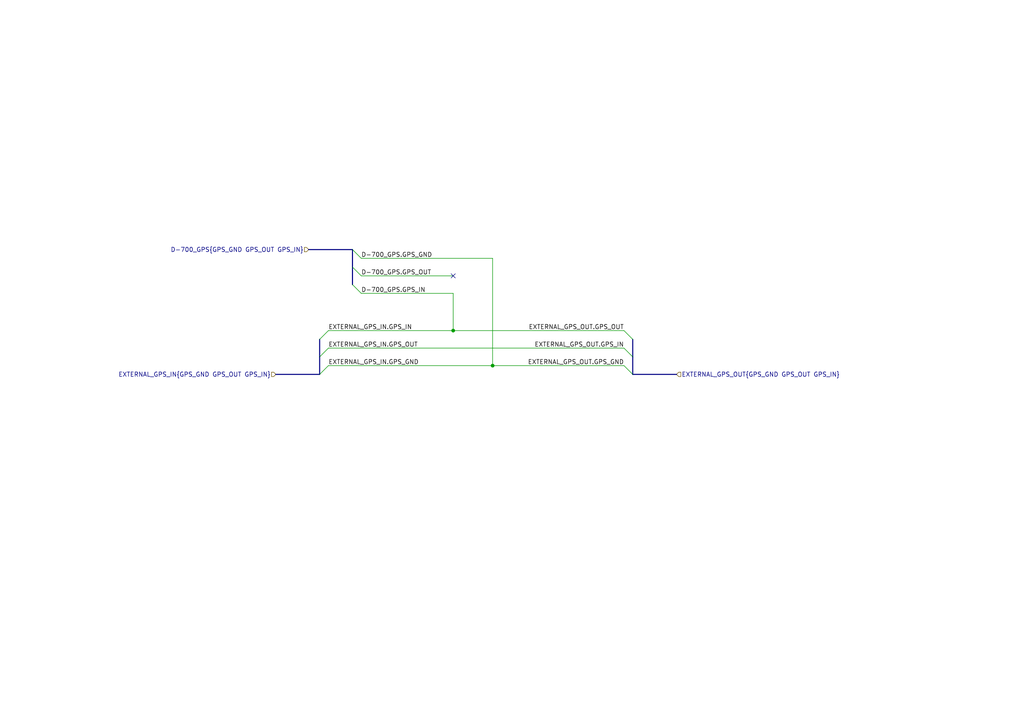
<source format=kicad_sch>
(kicad_sch (version 20211123) (generator eeschema)
  (paper "A4")
  (lib_symbols)
  (junction (at 142.875 106.045))
  (junction (at 131.445 95.885))
  (no_connect (at 131.445 80.01))
  (bus_entry (at 92.71 108.585) (size 2.54 -2.54))
  (bus_entry (at 92.71 103.505) (size 2.54 -2.54))
  (bus_entry (at 92.71 98.425) (size 2.54 -2.54))
  (bus_entry (at 183.515 103.505) (size -2.54 -2.54))
  (bus_entry (at 102.235 72.39) (size 2.54 2.54))
  (bus_entry (at 102.235 82.55) (size 2.54 2.54))
  (bus_entry (at 183.515 98.425) (size -2.54 -2.54))
  (bus_entry (at 183.515 108.585) (size -2.54 -2.54))
  (bus_entry (at 102.235 77.47) (size 2.54 2.54))
  (wire (pts (xy 104.775 74.93) (xy 142.875 74.93)))
  (bus (pts (xy 92.71 103.505) (xy 92.71 98.425)))
  (bus (pts (xy 102.235 72.39) (xy 102.235 77.47)))
  (wire (pts (xy 131.445 95.885) (xy 180.975 95.885)))
  (bus (pts (xy 196.215 108.585) (xy 183.515 108.585)))
  (wire (pts (xy 104.775 80.01) (xy 131.445 80.01)))
  (wire (pts (xy 95.25 100.965) (xy 180.975 100.965)))
  (bus (pts (xy 183.515 108.585) (xy 183.515 103.505)))
  (bus (pts (xy 183.515 103.505) (xy 183.515 98.425)))
  (wire (pts (xy 142.875 74.93) (xy 142.875 106.045)))
  (bus (pts (xy 102.235 77.47) (xy 102.235 82.55)))
  (wire (pts (xy 104.775 85.09) (xy 131.445 85.09)))
  (bus (pts (xy 92.71 108.585) (xy 92.71 103.505)))
  (wire (pts (xy 95.25 95.885) (xy 131.445 95.885)))
  (wire (pts (xy 95.25 106.045) (xy 142.875 106.045)))
  (wire (pts (xy 131.445 85.09) (xy 131.445 95.885)))
  (wire (pts (xy 142.875 106.045) (xy 180.975 106.045)))
  (bus (pts (xy 89.535 72.39) (xy 102.235 72.39)))
  (bus (pts (xy 80.01 108.585) (xy 92.71 108.585)))
  (label "D-700_GPS.GPS_OUT" (at 104.775 80.01 0))
  (label "EXTERNAL_GPS_OUT.GPS_IN" (at 180.975 100.965 180))
  (label "EXTERNAL_GPS_IN.GPS_IN" (at 95.25 95.885 0))
  (label "EXTERNAL_GPS_OUT.GPS_OUT" (at 180.975 95.885 180))
  (label "D-700_GPS.GPS_IN" (at 104.775 85.09 0))
  (label "D-700_GPS.GPS_GND" (at 104.775 74.93 0))
  (label "EXTERNAL_GPS_IN.GPS_GND" (at 95.25 106.045 0))
  (label "EXTERNAL_GPS_IN.GPS_OUT" (at 95.25 100.965 0))
  (label "EXTERNAL_GPS_OUT.GPS_GND" (at 180.975 106.045 180))
  (hierarchical_label "EXTERNAL_GPS_OUT{GPS_GND GPS_OUT GPS_IN}" (shape input) (at 196.215 108.585 0))
  (hierarchical_label "EXTERNAL_GPS_IN{GPS_GND GPS_OUT GPS_IN}" (shape input) (at 80.01 108.585 180))
  (hierarchical_label "D-700_GPS{GPS_GND GPS_OUT GPS_IN}" (shape input) (at 89.535 72.39 180))
)
</source>
